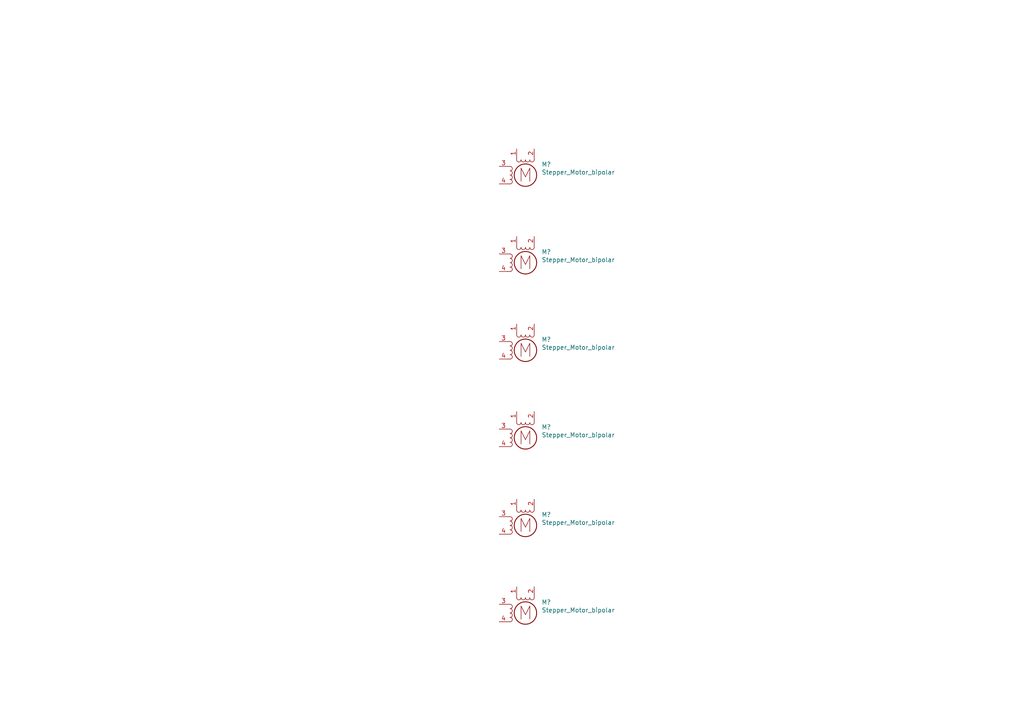
<source format=kicad_sch>
(kicad_sch (version 20201015) (generator eeschema)
  (paper "A4")
  (title_block (title "RubiksSolver controller power stage"))
  (lib_symbols
    (symbol "Motor:Stepper_Motor_bipolar" (pin_names (offset 0) hide)
      (property "Reference" "M" (at 3.81 2.54 0))
      (property "Value" "Stepper_Motor_bipolar" (at 3.81 1.27 0))
      (symbol "Stepper_Motor_bipolar_0_0"
        (polyline (pts (xy -1.27 -1.778) (xy -1.27 2.032) (xy 0 -0.508) (xy 1.27 2.032) (xy 1.27 -1.778)))
      )
      (symbol "Stepper_Motor_bipolar_0_1"
        (arc (start -4.445 -2.54) (end -4.445 -1.27) (radius (at -4.445 -1.905) (length 0.635) (angles -89.9 89.9)))
        (arc (start -4.445 -1.27) (end -4.445 0) (radius (at -4.445 -0.635) (length 0.635) (angles -89.9 89.9)))
        (arc (start -4.445 0) (end -4.445 1.27) (radius (at -4.445 0.635) (length 0.635) (angles -89.9 89.9)))
        (arc (start -4.445 1.27) (end -4.445 2.54) (radius (at -4.445 1.905) (length 0.635) (angles -89.9 89.9)))
        (arc (start -2.54 4.445) (end -1.27 4.445) (radius (at -1.905 4.445) (length 0.635) (angles -179.9 -0.1)))
        (arc (start -1.27 4.445) (end 0 4.445) (radius (at -0.635 4.445) (length 0.635) (angles -179.9 -0.1)))
        (arc (start 0 4.445) (end 1.27 4.445) (radius (at 0.635 4.445) (length 0.635) (angles -179.9 -0.1)))
        (arc (start 1.27 4.445) (end 2.54 4.445) (radius (at 1.905 4.445) (length 0.635) (angles -179.9 -0.1)))
        (circle (center 0 0) (radius 3.2512) (stroke (width 0.254)))
        (polyline (pts (xy -5.08 -2.54) (xy -4.445 -2.54)))
        (polyline (pts (xy -5.08 2.54) (xy -4.445 2.54)))
        (polyline (pts (xy -2.54 5.08) (xy -2.54 4.445)))
        (polyline (pts (xy 2.54 5.08) (xy 2.54 4.445)))
      )
      (symbol "Stepper_Motor_bipolar_1_1"
        (pin passive line (at -2.54 7.62 270) (length 2.54) (name "~") (number "1"))
        (pin passive line (at 2.54 7.62 270) (length 2.54) (name "-") (number "2"))
        (pin passive line (at -7.62 2.54 0) (length 2.54) (name "~") (number "3"))
        (pin passive line (at -7.62 -2.54 0) (length 2.54) (name "~") (number "4"))
      )
    )
  )
  (symbol (lib_id "Motor:Stepper_Motor_bipolar") (at 152.4 50.8 0) (unit 1)
    (property "Reference" "M?" (at 157.0737 47.6694 0) (effects (justify left)))
    (property "Value" "Stepper_Motor_bipolar" (at 157.0737 49.9681 0) (effects (justify left)))
    (property "Datasheet" "http://www.infineon.com/dgdl/Application-Note-TLE8110EE_driving_UniPolarStepperMotor_V1.1.pdf?fileId=db3a30431be39b97011be5d0aa0a00b0" (effects hide))
  )
  (symbol (lib_id "Motor:Stepper_Motor_bipolar") (at 152.4 76.2 0) (unit 1)
    (property "Reference" "M?" (at 157.0737 73.0694 0) (effects (justify left)))
    (property "Value" "Stepper_Motor_bipolar" (at 157.0737 75.3681 0) (effects (justify left)))
    (property "Datasheet" "http://www.infineon.com/dgdl/Application-Note-TLE8110EE_driving_UniPolarStepperMotor_V1.1.pdf?fileId=db3a30431be39b97011be5d0aa0a00b0" (effects hide))
  )
  (symbol (lib_id "Motor:Stepper_Motor_bipolar") (at 152.4 101.6 0) (unit 1)
    (property "Reference" "M?" (at 157.0737 98.4694 0) (effects (justify left)))
    (property "Value" "Stepper_Motor_bipolar" (at 157.0737 100.7681 0) (effects (justify left)))
    (property "Datasheet" "http://www.infineon.com/dgdl/Application-Note-TLE8110EE_driving_UniPolarStepperMotor_V1.1.pdf?fileId=db3a30431be39b97011be5d0aa0a00b0" (effects hide))
  )
  (symbol (lib_id "Motor:Stepper_Motor_bipolar") (at 152.4 127 0) (unit 1)
    (property "Reference" "M?" (at 157.0737 123.8694 0) (effects (justify left)))
    (property "Value" "Stepper_Motor_bipolar" (at 157.0737 126.1681 0) (effects (justify left)))
    (property "Datasheet" "http://www.infineon.com/dgdl/Application-Note-TLE8110EE_driving_UniPolarStepperMotor_V1.1.pdf?fileId=db3a30431be39b97011be5d0aa0a00b0" (effects hide))
  )
  (symbol (lib_id "Motor:Stepper_Motor_bipolar") (at 152.4 152.4 0) (unit 1)
    (property "Reference" "M?" (at 157.0737 149.2694 0) (effects (justify left)))
    (property "Value" "Stepper_Motor_bipolar" (at 157.0737 151.5681 0) (effects (justify left)))
    (property "Datasheet" "http://www.infineon.com/dgdl/Application-Note-TLE8110EE_driving_UniPolarStepperMotor_V1.1.pdf?fileId=db3a30431be39b97011be5d0aa0a00b0" (effects hide))
  )
  (symbol (lib_id "Motor:Stepper_Motor_bipolar") (at 152.4 177.8 0) (unit 1)
    (property "Reference" "M?" (at 157.0737 174.6694 0) (effects (justify left)))
    (property "Value" "Stepper_Motor_bipolar" (at 157.0737 176.9681 0) (effects (justify left)))
    (property "Datasheet" "http://www.infineon.com/dgdl/Application-Note-TLE8110EE_driving_UniPolarStepperMotor_V1.1.pdf?fileId=db3a30431be39b97011be5d0aa0a00b0" (effects hide))
  )
)
</source>
